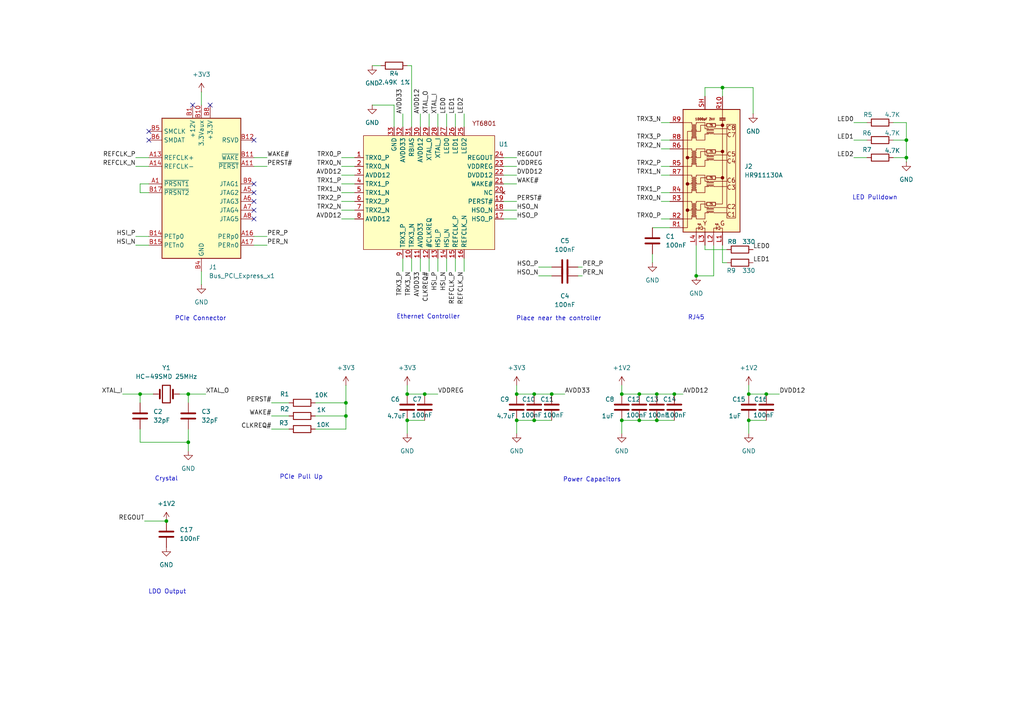
<source format=kicad_sch>
(kicad_sch (version 20250114) (generator "eeschema") (generator_version "9.0")
  (paper "A4")
  (lib_symbols
    (symbol "Device:C" (pin_numbers (hide yes)) (pin_names (offset 0.254))
      (property "Reference" "C" (at 0.635 2.54 0))
      (property "Value" "C" (at 0.635 -2.54 0))
      (symbol "C_0_1"
        (polyline (pts (xy -2.032 0.762) (xy 2.032 0.762)) (stroke (width 0.508)))
        (polyline (pts (xy -2.032 -0.762) (xy 2.032 -0.762)) (stroke (width 0.508)))
      )
      (symbol "C_1_1"
        (pin passive line (at 0 3.81 270) (length 2.794) (name "~") (number "1"))
        (pin passive line (at 0 -3.81 90) (length 2.794) (name "~") (number "2"))
      )
    )
    (symbol "Device:Crystal" (pin_numbers (hide yes)) (pin_names (offset 1.016) (hide yes))
      (property "Reference" "Y" (at 0 3.81 0))
      (property "Value" "Crystal" (at 0 -3.81 0))
      (symbol "Crystal_0_1"
        (polyline (pts (xy -2.54 0) (xy -1.905 0)))
        (polyline (pts (xy -1.905 -1.27) (xy -1.905 1.27)) (stroke (width 0.508)))
        (rectangle (start -1.143 2.54) (end 1.143 -2.54) (stroke (width 0.3048)))
        (polyline (pts (xy 1.905 -1.27) (xy 1.905 1.27)) (stroke (width 0.508)))
        (polyline (pts (xy 2.54 0) (xy 1.905 0)))
      )
      (symbol "Crystal_1_1"
        (pin passive line (at -3.81 0 0) (length 1.27) (name "1") (number "1"))
        (pin passive line (at 3.81 0 180) (length 1.27) (name "2") (number "2"))
      )
    )
    (symbol "Device:R" (pin_numbers (hide yes)) (pin_names (offset 0))
      (property "Reference" "R" (at 2.032 0 90))
      (property "Value" "R" (at 0 0 90))
      (symbol "R_0_1"
        (rectangle (start -1.016 -2.54) (end 1.016 2.54) (stroke (width 0.254)))
      )
      (symbol "R_1_1"
        (pin passive line (at 0 3.81 270) (length 1.27) (name "~") (number "1"))
        (pin passive line (at 0 -3.81 90) (length 1.27) (name "~") (number "2"))
      )
    )
    (symbol "power:+1V2" (power) (pin_numbers (hide yes)) (pin_names (offset 0) (hide yes))
      (property "Value" "+1V2" (at 0 3.556 0))
      (symbol "+1V2_0_1"
        (polyline (pts (xy -0.762 1.27) (xy 0 2.54)))
        (polyline (pts (xy 0 2.54) (xy 0.762 1.27)))
        (polyline (pts (xy 0 0) (xy 0 2.54)))
      )
      (symbol "+1V2_1_1"
        (pin power_in line (at 0 0 90) (length 0) (name "~") (number "1"))
      )
    )
    (symbol "power:+3V3" (power) (pin_numbers (hide yes)) (pin_names (offset 0) (hide yes))
      (property "Value" "+3V3" (at 0 3.556 0))
      (symbol "+3V3_0_1"
        (polyline (pts (xy -0.762 1.27) (xy 0 2.54)))
        (polyline (pts (xy 0 2.54) (xy 0.762 1.27)))
        (polyline (pts (xy 0 0) (xy 0 2.54)))
      )
      (symbol "+3V3_1_1"
        (pin power_in line (at 0 0 90) (length 0) (name "~") (number "1"))
      )
    )
    (symbol "power:GND" (power) (pin_numbers (hide yes)) (pin_names (offset 0) (hide yes))
      (property "Value" "GND" (at 0 -3.81 0))
      (symbol "GND_0_1"
        (polyline (pts (xy 0 0) (xy 0 -1.27) (xy 1.27 -1.27) (xy 0 -2.54) (xy -1.27 -1.27) (xy 0 -1.27)))
      )
      (symbol "GND_1_1"
        (pin power_in line (at 0 0 270) (length 0) (name "~") (number "1"))
      )
    )
    (symbol "yt6801:Bus_PCI_Express_Addon_x1"
      (property "Reference" "J" (at -8.89 22.86 0))
      (property "Value" "Bus_PCI_Express_Addon_x1" (at 12.7 22.86 0))
      (symbol "Bus_PCI_Express_Addon_x1_0_1"
        (rectangle (start -11.43 21.59) (end 11.43 -19.05) (stroke (width 0.254)) (fill (type background)))
      )
      (symbol "Bus_PCI_Express_Addon_x1_1_1"
        (pin output line (at -15.24 17.78 0) (length 3.81) (name "SMCLK") (number "B5"))
        (pin bidirectional line (at -15.24 15.24 0) (length 3.81) (name "SMDAT") (number "B6"))
        (pin output line (at -15.24 10.16 0) (length 3.81) (name "REFCLK+") (number "A13"))
        (pin output line (at -15.24 7.62 0) (length 3.81) (name "REFCLK-") (number "A14"))
        (pin passive line (at -15.24 2.54 0) (length 3.81) (name "~{PRSNT1}") (number "A1"))
        (pin passive line (at -15.24 0 0) (length 3.81) (name "~{PRSNT2}") (number "B17"))
        (pin output line (at -15.24 -12.7 0) (length 3.81) (name "PETp0") (number "B14"))
        (pin output line (at -15.24 -15.24 0) (length 3.81) (name "PETn0") (number "B15"))
        (pin passive line (at -2.54 25.4 270) (length 3.81) (hide yes) (name "+12V") (number "A2"))
        (pin passive line (at -2.54 25.4 270) (length 3.81) (hide yes) (name "+12V") (number "A3"))
        (pin power_out line (at -2.54 25.4 270) (length 3.81) (name "+12V") (number "B1"))
        (pin passive line (at -2.54 25.4 270) (length 3.81) (hide yes) (name "+12V") (number "B2"))
        (pin passive line (at -2.54 25.4 270) (length 3.81) (hide yes) (name "+12V") (number "B3"))
        (pin power_out line (at 0 25.4 270) (length 3.81) (name "3.3Vaux") (number "B10"))
        (pin passive line (at 0 -22.86 90) (length 3.81) (hide yes) (name "GND") (number "A12"))
        (pin passive line (at 0 -22.86 90) (length 3.81) (hide yes) (name "GND") (number "A15"))
        (pin passive line (at 0 -22.86 90) (length 3.81) (hide yes) (name "GND") (number "A18"))
        (pin passive line (at 0 -22.86 90) (length 3.81) (hide yes) (name "GND") (number "A4"))
        (pin passive line (at 0 -22.86 90) (length 3.81) (hide yes) (name "GND") (number "B13"))
        (pin passive line (at 0 -22.86 90) (length 3.81) (hide yes) (name "GND") (number "B16"))
        (pin passive line (at 0 -22.86 90) (length 3.81) (hide yes) (name "GND") (number "B18"))
        (pin power_out line (at 0 -22.86 90) (length 3.81) (name "GND") (number "B4"))
        (pin passive line (at 0 -22.86 90) (length 3.81) (hide yes) (name "GND") (number "B7"))
        (pin passive line (at 2.54 25.4 270) (length 3.81) (hide yes) (name "+3.3V") (number "A10"))
        (pin passive line (at 2.54 25.4 270) (length 3.81) (hide yes) (name "+3.3V") (number "A9"))
        (pin power_out line (at 2.54 25.4 270) (length 3.81) (name "+3.3V") (number "B8"))
        (pin passive line (at 15.24 15.24 180) (length 3.81) (name "RSVD") (number "B12"))
        (pin open_collector line (at 15.24 10.16 180) (length 3.81) (name "~{WAKE}") (number "B11"))
        (pin output line (at 15.24 7.62 180) (length 3.81) (name "~{PERST}") (number "A11"))
        (pin output line (at 15.24 2.54 180) (length 3.81) (name "JTAG1") (number "B9"))
        (pin output line (at 15.24 0 180) (length 3.81) (name "JTAG2") (number "A5"))
        (pin output line (at 15.24 -2.54 180) (length 3.81) (name "JTAG3") (number "A6"))
        (pin input line (at 15.24 -5.08 180) (length 3.81) (name "JTAG4") (number "A7"))
        (pin output line (at 15.24 -7.62 180) (length 3.81) (name "JTAG5") (number "A8"))
        (pin input line (at 15.24 -12.7 180) (length 3.81) (name "PERp0") (number "A16"))
        (pin input line (at 15.24 -15.24 180) (length 3.81) (name "PERn0") (number "A17"))
      )
    )
    (symbol "yt6801:HR911130A" (pin_names (hide yes))
      (property "Reference" "J" (at -7.62 20.32 0))
      (property "Value" "HR911130A" (at 15.24 20.32 0))
      (symbol "HR911130A_0_0"
        (circle (center -2.54 3.302) (radius 0.0001) (stroke (width 0.508)))
        (circle (center -2.54 -4.318) (radius 0.0001) (stroke (width 0.508)))
        (circle (center -2.54 -11.938) (radius 0.0001) (stroke (width 0.508)))
        (polyline (pts (xy -0.508 -11.938) (xy -2.54 -11.938)))
        (polyline (pts (xy 0 13.462) (xy -3.81 13.462)))
        (polyline (pts (xy 0 11.938) (xy -3.81 11.938)))
        (polyline (pts (xy 0 5.842) (xy -3.81 5.842)))
        (polyline (pts (xy 0 4.318) (xy -3.81 4.318)))
        (polyline (pts (xy 0 -1.778) (xy -3.81 -1.778)))
        (polyline (pts (xy 0 -3.302) (xy -3.81 -3.302)))
        (polyline (pts (xy 0 -9.398) (xy -3.81 -9.398)))
        (polyline (pts (xy 0 -10.922) (xy -3.81 -10.922)))
        (polyline (pts (xy 2.032 10.922) (xy 3.81 10.922) (xy 3.81 12.7) (xy 5.08 12.7)))
        (polyline (pts (xy 2.032 3.302) (xy 3.81 3.302) (xy 3.81 5.08) (xy 5.08 5.08)))
        (polyline (pts (xy 2.032 -4.318) (xy 3.81 -4.318) (xy 3.81 -2.54) (xy 5.08 -2.54)))
        (polyline (pts (xy 2.032 -11.938) (xy 3.81 -11.938) (xy 3.81 -10.16) (xy 5.08 -10.16)))
        (polyline (pts (xy 6.35 5.08) (xy 7.62 5.08)))
        (polyline (pts (xy 7.62 12.7) (xy 6.35 12.7)))
        (circle (center 7.62 12.7) (radius 0.0001) (stroke (width 0.508)))
        (circle (center 7.62 5.08) (radius 0.0001) (stroke (width 0.508)))
        (polyline (pts (xy 7.62 -2.54) (xy 6.35 -2.54)))
        (circle (center 7.62 -2.54) (radius 0.0001) (stroke (width 0.508)))
        (text "C1" (at -5.08 13.97 0) (effects (font (size 1.27 1.27))))
        (text "C2" (at -5.08 11.684 0) (effects (font (size 1.27 1.27))))
        (text "C3" (at -5.08 6.096 0) (effects (font (size 1.27 1.27))))
        (text "C6" (at -5.08 4.064 0) (effects (font (size 1.27 1.27))))
        (text "C4" (at -5.08 -1.524 0) (effects (font (size 1.27 1.27))))
        (text "C5" (at -5.08 -3.556 0) (effects (font (size 1.27 1.27))))
        (text "C7" (at -5.08 -9.144 0) (effects (font (size 1.27 1.27))))
        (text "C8" (at -5.08 -11.176 0) (effects (font (size 1.27 1.27))))
        (text "G" (at -2.54 16.51 0) (effects (font (size 1.27 1.27))))
        (text "Y" (at 2.54 16.51 0) (effects (font (size 1.27 1.27))))
        (text "1000pF 2kV" (at 2.54 -13.716 0) (effects (font (size 0.635 0.635))))
      )
      (symbol "HR911130A_0_1"
        (rectangle (start -7.62 19.05) (end 8.89 -16.51) (stroke (width 0.254)) (fill (type background)))
        (rectangle (start -3.81 -12.192) (end -6.35 14.986))
        (polyline (pts (xy -3.302 -13.462) (xy -1.778 -13.462)) (stroke (width 0.3048)))
        (polyline (pts (xy -3.302 -13.97) (xy -1.778 -13.97)) (stroke (width 0.3302)))
        (polyline (pts (xy -2.54 19.05) (xy -2.54 17.907) (xy -1.778 17.907)))
        (polyline (pts (xy -2.54 3.302) (xy -0.508 3.302)))
        (polyline (pts (xy -2.54 -13.462) (xy -2.54 10.922) (xy -0.508 10.922)))
        (polyline (pts (xy -2.54 -16.51) (xy -2.54 -13.97)))
        (polyline (pts (xy -1.016 16.891) (xy -1.016 16.637) (xy -1.27 16.637)))
        (polyline (pts (xy -1.016 16.637) (xy -1.524 17.145)))
        (polyline (pts (xy -0.762 18.415) (xy -0.762 17.399)))
        (polyline (pts (xy -0.762 17.907) (xy -1.778 18.415) (xy -1.778 17.399) (xy -0.762 17.907)))
        (polyline (pts (xy -0.508 16.891) (xy -0.508 16.637) (xy -0.762 16.637)))
        (polyline (pts (xy -0.508 16.637) (xy -1.016 17.145)))
        (rectangle (start -0.508 10.414) (end 2.032 11.43) (stroke (width 0.2032)))
        (rectangle (start -0.508 2.794) (end 2.032 3.81) (stroke (width 0.2032)))
        (polyline (pts (xy -0.508 -4.318) (xy -2.54 -4.318)))
        (rectangle (start -0.508 -4.826) (end 2.032 -3.81) (stroke (width 0.2032)))
        (rectangle (start -0.508 -12.446) (end 2.032 -11.43) (stroke (width 0.2032)))
        (polyline (pts (xy 0 19.05) (xy 0 17.907) (xy -0.762 17.907)))
        (polyline (pts (xy 0 12.446) (xy 2.032 12.446)))
        (polyline (pts (xy 0 4.826) (xy 2.032 4.826)))
        (polyline (pts (xy 0 -2.794) (xy 2.032 -2.794)))
        (polyline (pts (xy 0 -10.414) (xy 2.032 -10.414)))
        (arc (start 0.508 13.462) (mid 0.254 13.2091) (end 0 13.462))
        (arc (start 0 11.938) (mid 0.254 12.1909) (end 0.508 11.938))
        (arc (start 0.508 5.842) (mid 0.254 5.5891) (end 0 5.842))
        (arc (start 0 4.318) (mid 0.254 4.5709) (end 0.508 4.318))
        (arc (start 0.508 -1.778) (mid 0.254 -2.0309) (end 0 -1.778))
        (arc (start 0 -3.302) (mid 0.254 -3.0491) (end 0.508 -3.302))
        (arc (start 0.508 -9.398) (mid 0.254 -9.6509) (end 0 -9.398))
        (arc (start 0 -10.922) (mid 0.254 -10.6691) (end 0.508 -10.922))
        (arc (start 1.016 13.462) (mid 0.762 13.2091) (end 0.508 13.462))
        (arc (start 0.508 11.938) (mid 0.762 12.1909) (end 1.016 11.938))
        (arc (start 1.016 5.842) (mid 0.762 5.5891) (end 0.508 5.842))
        (arc (start 0.508 4.318) (mid 0.762 4.5709) (end 1.016 4.318))
        (arc (start 1.016 -1.778) (mid 0.762 -2.0309) (end 0.508 -1.778))
        (arc (start 0.508 -3.302) (mid 0.762 -3.0491) (end 1.016 -3.302))
        (arc (start 1.016 -9.398) (mid 0.762 -9.6509) (end 0.508 -9.398))
        (arc (start 0.508 -10.922) (mid 0.762 -10.6691) (end 1.016 -10.922))
        (arc (start 1.524 13.462) (mid 1.27 13.2091) (end 1.016 13.462))
        (arc (start 1.016 11.938) (mid 1.27 12.1909) (end 1.524 11.938))
        (arc (start 1.524 5.842) (mid 1.27 5.5891) (end 1.016 5.842))
        (arc (start 1.016 4.318) (mid 1.27 4.5709) (end 1.524 4.318))
        (arc (start 1.524 -1.778) (mid 1.27 -2.0309) (end 1.016 -1.778))
        (arc (start 1.016 -3.302) (mid 1.27 -3.0491) (end 1.524 -3.302))
        (arc (start 1.524 -9.398) (mid 1.27 -9.6509) (end 1.016 -9.398))
        (arc (start 1.016 -10.922) (mid 1.27 -10.6691) (end 1.524 -10.922))
        (circle (center 1.778 13.4874) (radius 0.0762) (stroke (width 0.0254)) (fill (type outline)))
        (arc (start 2.032 13.462) (mid 1.778 13.2091) (end 1.524 13.462))
        (arc (start 1.524 11.938) (mid 1.778 12.1909) (end 2.032 11.938))
        (circle (center 1.778 11.9126) (radius 0.0762) (stroke (width 0.0254)) (fill (type outline)))
        (circle (center 1.778 5.8674) (radius 0.0762) (stroke (width 0.0254)) (fill (type outline)))
        (arc (start 2.032 5.842) (mid 1.778 5.5891) (end 1.524 5.842))
        (arc (start 1.524 4.318) (mid 1.778 4.5709) (end 2.032 4.318))
        (circle (center 1.778 4.2926) (radius 0.0762) (stroke (width 0.0254)) (fill (type outline)))
        (circle (center 1.778 -1.7526) (radius 0.0762) (stroke (width 0.0254)) (fill (type outline)))
        (arc (start 2.032 -1.778) (mid 1.778 -2.0309) (end 1.524 -1.778))
        (arc (start 1.524 -3.302) (mid 1.778 -3.0491) (end 2.032 -3.302))
        (circle (center 1.778 -3.3274) (radius 0.0762) (stroke (width 0.0254)) (fill (type outline)))
        (circle (center 1.778 -9.3726) (radius 0.0762) (stroke (width 0.0254)) (fill (type outline)))
        (arc (start 2.032 -9.398) (mid 1.778 -9.6509) (end 1.524 -9.398))
        (arc (start 1.524 -10.922) (mid 1.778 -10.6691) (end 2.032 -10.922))
        (circle (center 1.778 -10.9474) (radius 0.0762) (stroke (width 0.0254)) (fill (type outline)))
        (polyline (pts (xy 2.032 13.462) (xy 2.54 13.462) (xy 2.54 15.24) (xy 5.08 15.24) (xy 5.08 14.732)))
        (polyline (pts (xy 2.032 12.954) (xy 0 12.954)))
        (polyline (pts (xy 2.032 5.842) (xy 2.54 5.842) (xy 2.54 7.62) (xy 5.08 7.62) (xy 5.08 7.112)))
        (polyline (pts (xy 2.032 5.334) (xy 0 5.334)))
        (polyline (pts (xy 2.032 -1.778) (xy 2.54 -1.778) (xy 2.54 0) (xy 5.08 0) (xy 5.08 -0.508)))
        (polyline (pts (xy 2.032 -2.286) (xy 0 -2.286)))
        (polyline (pts (xy 2.032 -9.398) (xy 2.54 -9.398) (xy 2.54 -7.62) (xy 5.08 -7.62) (xy 5.08 -8.128)))
        (polyline (pts (xy 2.032 -9.906) (xy 0 -9.906)))
        (polyline (pts (xy 2.54 19.05) (xy 2.54 17.907) (xy 3.302 17.907)))
        (polyline (pts (xy 4.064 16.891) (xy 4.064 16.637) (xy 3.81 16.637)))
        (polyline (pts (xy 4.064 16.637) (xy 3.556 17.145)))
        (polyline (pts (xy 4.318 18.415) (xy 4.318 17.399)))
        (polyline (pts (xy 4.318 17.907) (xy 3.302 18.415) (xy 3.302 17.399) (xy 4.318 17.907)))
        (polyline (pts (xy 4.572 16.891) (xy 4.572 16.637) (xy 4.318 16.637)))
        (polyline (pts (xy 4.572 16.637) (xy 4.064 17.145)))
        (circle (center 5.0546 14.478) (radius 0.0762) (stroke (width 0.0254)) (fill (type outline)))
        (circle (center 5.0546 12.446) (radius 0.0762) (stroke (width 0.0254)) (fill (type outline)))
        (circle (center 5.0546 6.858) (radius 0.0762) (stroke (width 0.0254)) (fill (type outline)))
        (circle (center 5.0546 4.826) (radius 0.0762) (stroke (width 0.0254)) (fill (type outline)))
        (circle (center 5.0546 -0.762) (radius 0.0762) (stroke (width 0.0254)) (fill (type outline)))
        (circle (center 5.0546 -2.794) (radius 0.0762) (stroke (width 0.0254)) (fill (type outline)))
        (circle (center 5.0546 -8.382) (radius 0.0762) (stroke (width 0.0254)) (fill (type outline)))
        (circle (center 5.0546 -10.414) (radius 0.0762) (stroke (width 0.0254)) (fill (type outline)))
        (arc (start 5.08 14.732) (mid 5.333 14.478) (end 5.08 14.224))
        (arc (start 5.08 13.716) (mid 5.333 13.462) (end 5.08 13.208))
        (arc (start 5.08 13.208) (mid 5.333 12.954) (end 5.08 12.7))
        (arc (start 5.08 12.7) (mid 5.333 12.446) (end 5.08 12.192))
        (arc (start 5.08 12.192) (mid 5.333 11.938) (end 5.08 11.684))
        (arc (start 5.08 11.176) (mid 5.333 10.922) (end 5.08 10.668))
        (arc (start 5.08 7.112) (mid 5.333 6.858) (end 5.08 6.604))
        (arc (start 5.08 6.096) (mid 5.333 5.842) (end 5.08 5.588))
        (arc (start 5.08 5.588) (mid 5.333 5.334) (end 5.08 5.08))
        (arc (start 5.08 5.08) (mid 5.333 4.826) (end 5.08 4.572))
        (arc (start 5.08 4.572) (mid 5.333 4.318) (end 5.08 4.064))
        (arc (start 5.08 3.556) (mid 5.333 3.302) (end 5.08 3.048))
        (arc (start 5.08 -0.508) (mid 5.333 -0.762) (end 5.08 -1.016))
        (arc (start 5.08 -1.524) (mid 5.333 -1.778) (end 5.08 -2.032))
        (arc (start 5.08 -2.032) (mid 5.333 -2.286) (end 5.08 -2.54))
        (arc (start 5.08 -2.54) (mid 5.333 -2.794) (end 5.08 -3.048))
        (arc (start 5.08 -3.048) (mid 5.333 -3.302) (end 5.08 -3.556))
        (arc (start 5.08 -4.064) (mid 5.333 -4.318) (end 5.08 -4.572))
        (arc (start 5.08 -8.128) (mid 5.333 -8.382) (end 5.08 -8.636))
        (arc (start 5.08 -9.144) (mid 5.333 -9.398) (end 5.08 -9.652))
        (arc (start 5.08 -9.652) (mid 5.333 -9.906) (end 5.08 -10.16))
        (arc (start 5.08 -10.16) (mid 5.333 -10.414) (end 5.08 -10.668))
        (arc (start 5.08 -10.668) (mid 5.333 -10.922) (end 5.08 -11.176))
        (arc (start 5.08 -11.684) (mid 5.333 -11.938) (end 5.08 -12.192))
        (polyline (pts (xy 5.08 19.05) (xy 5.08 17.907) (xy 4.318 17.907)))
        (arc (start 5.08 14.224) (mid 5.334 13.97) (end 5.08 13.716))
        (arc (start 5.08 11.684) (mid 5.334 11.43) (end 5.08 11.176))
        (polyline (pts (xy 5.08 10.668) (xy 5.08 10.16) (xy 2.54 10.16) (xy 2.54 11.938) (xy 2.032 11.938)))
        (arc (start 5.08 6.604) (mid 5.334 6.35) (end 5.08 6.096))
        (arc (start 5.08 4.064) (mid 5.334 3.81) (end 5.08 3.556))
        (polyline (pts (xy 5.08 3.048) (xy 5.08 2.54) (xy 2.54 2.54) (xy 2.54 4.318) (xy 2.032 4.318)))
        (arc (start 5.08 -1.016) (mid 5.334 -1.27) (end 5.08 -1.524))
        (arc (start 5.08 -3.556) (mid 5.334 -3.81) (end 5.08 -4.064))
        (polyline (pts (xy 5.08 -4.572) (xy 5.08 -5.08) (xy 2.54 -5.08) (xy 2.54 -3.302) (xy 2.032 -3.302)))
        (arc (start 5.08 -8.636) (mid 5.334 -8.89) (end 5.08 -9.144))
        (arc (start 5.08 -11.176) (mid 5.334 -11.43) (end 5.08 -11.684))
        (polyline (pts (xy 5.08 -12.192) (xy 5.08 -12.7) (xy 2.54 -12.7) (xy 2.54 -10.922) (xy 2.032 -10.922)))
        (polyline (pts (xy 5.588 14.732) (xy 5.588 10.668)))
        (polyline (pts (xy 5.588 7.112) (xy 5.588 3.048)))
        (polyline (pts (xy 5.588 -0.508) (xy 5.588 -4.572)))
        (polyline (pts (xy 5.588 -8.128) (xy 5.588 -12.192)))
        (polyline (pts (xy 5.842 10.668) (xy 5.842 14.732)))
        (polyline (pts (xy 5.842 3.048) (xy 5.842 7.112)))
        (polyline (pts (xy 5.842 -4.572) (xy 5.842 -0.508)))
        (polyline (pts (xy 5.842 -12.192) (xy 5.842 -8.128)))
        (polyline (pts (xy 6.35 14.732) (xy 6.35 15.24) (xy 8.89 15.24)))
        (arc (start 6.35 13.716) (mid 6.096 13.97) (end 6.35 14.224))
        (arc (start 6.35 11.176) (mid 6.096 11.43) (end 6.35 11.684))
        (polyline (pts (xy 6.35 10.668) (xy 6.35 10.16) (xy 8.89 10.16)))
        (polyline (pts (xy 6.35 7.112) (xy 6.35 7.62) (xy 8.89 7.62)))
        (arc (start 6.35 6.096) (mid 6.096 6.35) (end 6.35 6.604))
        (arc (start 6.35 3.556) (mid 6.096 3.81) (end 6.35 4.064))
        (polyline (pts (xy 6.35 3.048) (xy 6.35 2.54) (xy 8.89 2.54)))
        (polyline (pts (xy 6.35 -0.508) (xy 6.35 0) (xy 8.89 0)))
        (arc (start 6.35 -1.524) (mid 6.096 -1.27) (end 6.35 -1.016))
        (arc (start 6.35 -4.064) (mid 6.096 -3.81) (end 6.35 -3.556))
        (polyline (pts (xy 6.35 -4.572) (xy 6.35 -5.08) (xy 8.89 -5.08)))
        (polyline (pts (xy 6.35 -8.128) (xy 6.35 -7.62) (xy 8.89 -7.62)))
        (arc (start 6.35 -9.144) (mid 6.096 -8.89) (end 6.35 -8.636))
        (arc (start 6.35 -11.684) (mid 6.096 -11.43) (end 6.35 -11.176))
        (polyline (pts (xy 6.35 -12.192) (xy 6.35 -12.7) (xy 8.89 -12.7)))
        (arc (start 6.35 14.224) (mid 6.097 14.478) (end 6.35 14.732))
        (arc (start 6.35 13.208) (mid 6.097 13.462) (end 6.35 13.716))
        (arc (start 6.35 12.7) (mid 6.097 12.954) (end 6.35 13.208))
        (arc (start 6.35 12.192) (mid 6.097 12.446) (end 6.35 12.7))
        (arc (start 6.35 11.684) (mid 6.097 11.938) (end 6.35 12.192))
        (arc (start 6.35 10.668) (mid 6.097 10.922) (end 6.35 11.176))
        (arc (start 6.35 6.604) (mid 6.097 6.858) (end 6.35 7.112))
        (arc (start 6.35 5.588) (mid 6.097 5.842) (end 6.35 6.096))
        (arc (start 6.35 5.08) (mid 6.097 5.334) (end 6.35 5.588))
        (arc (start 6.35 4.572) (mid 6.097 4.826) (end 6.35 5.08))
        (arc (start 6.35 4.064) (mid 6.097 4.318) (end 6.35 4.572))
        (arc (start 6.35 3.048) (mid 6.097 3.302) (end 6.35 3.556))
        (arc (start 6.35 -1.016) (mid 6.097 -0.762) (end 6.35 -0.508))
        (arc (start 6.35 -2.032) (mid 6.097 -1.778) (end 6.35 -1.524))
        (arc (start 6.35 -2.54) (mid 6.097 -2.286) (end 6.35 -2.032))
        (arc (start 6.35 -3.048) (mid 6.097 -2.794) (end 6.35 -2.54))
        (arc (start 6.35 -3.556) (mid 6.097 -3.302) (end 6.35 -3.048))
        (arc (start 6.35 -4.572) (mid 6.097 -4.318) (end 6.35 -4.064))
        (arc (start 6.35 -8.636) (mid 6.097 -8.382) (end 6.35 -8.128))
        (arc (start 6.35 -9.652) (mid 6.097 -9.398) (end 6.35 -9.144))
        (arc (start 6.35 -10.16) (mid 6.097 -9.906) (end 6.35 -9.652))
        (arc (start 6.35 -10.668) (mid 6.097 -10.414) (end 6.35 -10.16))
        (arc (start 6.35 -11.176) (mid 6.097 -10.922) (end 6.35 -10.668))
        (arc (start 6.35 -12.192) (mid 6.097 -11.938) (end 6.35 -11.684))
        (circle (center 6.3754 14.478) (radius 0.0762) (stroke (width 0.0254)) (fill (type outline)))
        (circle (center 6.3754 12.446) (radius 0.0762) (stroke (width 0.0254)) (fill (type outline)))
        (circle (center 6.3754 6.858) (radius 0.0762) (stroke (width 0.0254)) (fill (type outline)))
        (circle (center 6.3754 4.826) (radius 0.0762) (stroke (width 0.0254)) (fill (type outline)))
        (circle (center 6.3754 -0.762) (radius 0.0762) (stroke (width 0.0254)) (fill (type outline)))
        (circle (center 6.3754 -2.794) (radius 0.0762) (stroke (width 0.0254)) (fill (type outline)))
        (circle (center 6.3754 -8.382) (radius 0.0762) (stroke (width 0.0254)) (fill (type outline)))
        (circle (center 6.3754 -10.414) (radius 0.0762) (stroke (width 0.0254)) (fill (type outline)))
        (polyline (pts (xy 8.89 17.78) (xy 7.62 17.78) (xy 7.62 -10.16) (xy 6.35 -10.16)))
        (pin power_in line (at -2.54 -20.32 90) (length 3.81) (name "GND") (number "R10"))
      )
      (symbol "HR911130A_1_0"
        (text "75" (at 0.762 10.922 0) (effects (font (size 0.508 0.508))))
        (text "75" (at 0.762 3.302 0) (effects (font (size 0.508 0.508))))
        (text "75" (at 0.762 -4.318 0) (effects (font (size 0.508 0.508))))
        (text "75" (at 0.762 -11.938 0) (effects (font (size 0.508 0.508))))
      )
      (symbol "HR911130A_1_1"
        (pin passive line (at -2.54 22.86 270) (length 3.81) (name "~") (number "L1"))
        (pin passive line (at 0 22.86 270) (length 3.81) (name "~") (number "L2"))
        (pin passive line (at 2.54 22.86 270) (length 3.81) (name "~") (number "L3"))
        (pin passive line (at 2.54 -20.32 90) (length 3.81) (name "SH") (number "SH"))
        (pin passive line (at 5.08 22.86 270) (length 3.81) (name "~") (number "L4"))
        (pin passive line (at 12.7 17.78 180) (length 3.81) (name "CT") (number "R1"))
        (pin passive line (at 12.7 15.24 180) (length 3.81) (name "TD1+") (number "R2"))
        (pin passive line (at 12.7 10.16 180) (length 3.81) (name "TD1-") (number "R3"))
        (pin passive line (at 12.7 7.62 180) (length 3.81) (name "TD2+") (number "R4"))
        (pin passive line (at 12.7 2.54 180) (length 3.81) (name "TD2-") (number "R7"))
        (pin passive line (at 12.7 0 180) (length 3.81) (name "TD3+") (number "R5"))
        (pin passive line (at 12.7 -5.08 180) (length 3.81) (name "TD3-") (number "R6"))
        (pin passive line (at 12.7 -7.62 180) (length 3.81) (name "TD4+") (number "R8"))
        (pin passive line (at 12.7 -12.7 180) (length 3.81) (name "TD4-") (number "R9"))
      )
    )
    (symbol "yt6801:YT6801"
      (property "Reference" "U" (at -17.526 19.05 0))
      (symbol "YT6801_1_1"
        (rectangle (start -17.78 15.24) (end 20.32 -17.78) (fill (type background)))
        (text "YT6801" (at 17.272 18.796 0) (effects (font (size 1.27 1.27))))
        (pin bidirectional line (at -20.32 8.89 0) (length 2.54) (name "TRX0_P") (number "1"))
        (pin bidirectional line (at -20.32 6.35 0) (length 2.54) (name "TRX0_N") (number "2"))
        (pin power_in line (at -20.32 3.81 0) (length 2.54) (name "AVDD12") (number "3"))
        (pin bidirectional line (at -20.32 1.27 0) (length 2.54) (name "TRX1_P") (number "4"))
        (pin bidirectional line (at -20.32 -1.27 0) (length 2.54) (name "TRX1_N") (number "5"))
        (pin bidirectional line (at -20.32 -3.81 0) (length 2.54) (name "TRX2_P") (number "6"))
        (pin bidirectional line (at -20.32 -6.35 0) (length 2.54) (name "TRX2_N") (number "7"))
        (pin power_in line (at -20.32 -8.89 0) (length 2.54) (name "AVDD12") (number "8"))
        (pin power_in line (at -8.89 17.78 270) (length 2.54) (name "GND") (number "33"))
        (pin power_in line (at -6.35 17.78 270) (length 2.54) (name "AVDD33") (number "32"))
        (pin bidirectional line (at -6.35 -20.32 90) (length 2.54) (name "TRX3_P") (number "9"))
        (pin input line (at -3.81 17.78 270) (length 2.54) (name "RBIAS") (number "31"))
        (pin bidirectional line (at -3.81 -20.32 90) (length 2.54) (name "TRX3_N") (number "10"))
        (pin power_in line (at -1.27 17.78 270) (length 2.54) (name "AVDD12") (number "30"))
        (pin power_in line (at -1.27 -20.32 90) (length 2.54) (name "AVDD33") (number "11"))
        (pin bidirectional line (at 1.27 17.78 270) (length 2.54) (name "XTAL_O") (number "29"))
        (pin bidirectional line (at 1.27 -20.32 90) (length 2.54) (name "#CLKREQ") (number "12"))
        (pin input line (at 3.81 17.78 270) (length 2.54) (name "XTAL_I") (number "28"))
        (pin input line (at 3.81 -20.32 90) (length 2.54) (name "HSI_P") (number "13"))
        (pin output line (at 6.35 17.78 270) (length 2.54) (name "LED0") (number "27"))
        (pin input line (at 6.35 -20.32 90) (length 2.54) (name "HSI_N") (number "14"))
        (pin output line (at 8.89 17.78 270) (length 2.54) (name "LED1") (number "26"))
        (pin input line (at 8.89 -20.32 90) (length 2.54) (name "REFCLK_P") (number "15"))
        (pin output line (at 11.43 17.78 270) (length 2.54) (name "LED2") (number "25"))
        (pin input line (at 11.43 -20.32 90) (length 2.54) (name "REFCLK_N") (number "16"))
        (pin power_out line (at 22.86 8.89 180) (length 2.54) (name "REGOUT") (number "24"))
        (pin power_in line (at 22.86 6.35 180) (length 2.54) (name "VDDREG") (number "23"))
        (pin power_in line (at 22.86 3.81 180) (length 2.54) (name "DVDD12") (number "22"))
        (pin input line (at 22.86 1.27 180) (length 2.54) (name "WAKE#") (number "21"))
        (pin no_connect line (at 22.86 -1.27 180) (length 2.54) (name "NC") (number "20"))
        (pin input line (at 22.86 -3.81 180) (length 2.54) (name "PERST#") (number "19"))
        (pin output line (at 22.86 -6.35 180) (length 2.54) (name "HSO_N") (number "18"))
        (pin output line (at 22.86 -8.89 180) (length 2.54) (name "HSO_P") (number "17"))
      )
    )
  )
  (text "Power Capacitors\n" (at 171.704 139.192 0) (effects (font (size 1.27 1.27))))
  (text "Ethernet Controller\n" (at 124.206 91.948 0) (effects (font (size 1.27 1.27))))
  (text "LED Pulldown\n" (at 253.746 57.404 0) (effects (font (size 1.27 1.27))))
  (text "Place near the controller\n" (at 162.052 92.456 0) (effects (font (size 1.27 1.27))))
  (text "Crystal\n" (at 48.26 138.938 0) (effects (font (size 1.27 1.27))))
  (text "RJ45\n" (at 201.93 92.202 0) (effects (font (size 1.27 1.27))))
  (text "PCIe Connector\n" (at 58.166 92.456 0) (effects (font (size 1.27 1.27))))
  (text "PCIe Pull Up\n" (at 87.376 138.43 0) (effects (font (size 1.27 1.27))))
  (text "LDO Output\n" (at 48.514 171.704 0) (effects (font (size 1.27 1.27))))
  (junction (at 201.93 80.01))
  (junction (at 209.55 25.4))
  (junction (at 54.61 114.3))
  (junction (at 149.86 121.92))
  (junction (at 118.11 114.3))
  (junction (at 185.42 121.92))
  (junction (at 100.33 120.65))
  (junction (at 262.89 40.64))
  (junction (at 160.02 114.3))
  (junction (at 180.34 121.92))
  (junction (at 217.17 114.3))
  (junction (at 118.11 121.92))
  (junction (at 190.5 121.92))
  (junction (at 195.58 114.3))
  (junction (at 190.5 114.3))
  (junction (at 40.64 114.3))
  (junction (at 100.33 116.84))
  (junction (at 123.19 114.3))
  (junction (at 262.89 45.72))
  (junction (at 154.94 114.3))
  (junction (at 185.42 114.3))
  (junction (at 180.34 114.3))
  (junction (at 149.86 114.3))
  (junction (at 54.61 128.27))
  (junction (at 154.94 121.92))
  (junction (at 222.25 114.3))
  (junction (at 217.17 121.92))
  (junction (at 48.26 151.13))
  (no_connect (at 73.66 40.64))
  (no_connect (at 73.66 55.88))
  (no_connect (at 73.66 58.42))
  (no_connect (at 60.96 30.48))
  (no_connect (at 43.18 40.64))
  (no_connect (at 43.18 38.1))
  (no_connect (at 55.88 30.48))
  (no_connect (at 73.66 63.5))
  (no_connect (at 73.66 53.34))
  (no_connect (at 73.66 60.96))
  (wire (pts (xy 191.77 43.18) (xy 194.31 43.18)))
  (wire (pts (xy 209.55 76.2) (xy 210.82 76.2)))
  (wire (pts (xy 41.91 151.13) (xy 48.26 151.13)))
  (wire (pts (xy 195.58 114.3) (xy 198.12 114.3)))
  (wire (pts (xy 217.17 121.92) (xy 217.17 125.73)))
  (wire (pts (xy 247.65 40.64) (xy 251.46 40.64)))
  (wire (pts (xy 201.93 71.12) (xy 201.93 80.01)))
  (wire (pts (xy 204.47 25.4) (xy 204.47 27.94)))
  (wire (pts (xy 119.38 74.93) (xy 119.38 78.74)))
  (wire (pts (xy 204.47 72.39) (xy 210.82 72.39)))
  (wire (pts (xy 156.21 80.01) (xy 160.02 80.01)))
  (wire (pts (xy 118.11 114.3) (xy 123.19 114.3)))
  (wire (pts (xy 124.46 74.93) (xy 124.46 78.74)))
  (wire (pts (xy 39.37 48.26) (xy 43.18 48.26)))
  (wire (pts (xy 78.74 116.84) (xy 83.82 116.84)))
  (wire (pts (xy 180.34 121.92) (xy 185.42 121.92)))
  (wire (pts (xy 146.05 58.42) (xy 149.86 58.42)))
  (wire (pts (xy 43.18 53.34) (xy 40.64 53.34)))
  (wire (pts (xy 39.37 45.72) (xy 43.18 45.72)))
  (wire (pts (xy 189.23 73.66) (xy 189.23 76.2)))
  (wire (pts (xy 146.05 45.72) (xy 149.86 45.72)))
  (wire (pts (xy 190.5 121.92) (xy 195.58 121.92)))
  (wire (pts (xy 40.64 55.88) (xy 43.18 55.88)))
  (wire (pts (xy 107.95 19.05) (xy 110.49 19.05)))
  (wire (pts (xy 134.62 33.02) (xy 134.62 36.83)))
  (wire (pts (xy 146.05 63.5) (xy 149.86 63.5)))
  (wire (pts (xy 191.77 40.64) (xy 194.31 40.64)))
  (wire (pts (xy 119.38 19.05) (xy 119.38 36.83)))
  (wire (pts (xy 116.84 74.93) (xy 116.84 78.74)))
  (wire (pts (xy 118.11 19.05) (xy 119.38 19.05)))
  (wire (pts (xy 54.61 114.3) (xy 52.07 114.3)))
  (wire (pts (xy 129.54 74.93) (xy 129.54 78.74)))
  (wire (pts (xy 54.61 124.46) (xy 54.61 128.27)))
  (wire (pts (xy 44.45 114.3) (xy 40.64 114.3)))
  (wire (pts (xy 54.61 114.3) (xy 54.61 116.84)))
  (wire (pts (xy 191.77 55.88) (xy 194.31 55.88)))
  (wire (pts (xy 58.42 78.74) (xy 58.42 82.55)))
  (wire (pts (xy 121.92 33.02) (xy 121.92 36.83)))
  (wire (pts (xy 100.33 116.84) (xy 100.33 120.65)))
  (wire (pts (xy 123.19 114.3) (xy 127 114.3)))
  (wire (pts (xy 262.89 35.56) (xy 262.89 40.64)))
  (wire (pts (xy 114.3 36.83) (xy 114.3 30.48)))
  (wire (pts (xy 191.77 35.56) (xy 194.31 35.56)))
  (wire (pts (xy 217.17 114.3) (xy 222.25 114.3)))
  (wire (pts (xy 207.01 80.01) (xy 201.93 80.01)))
  (wire (pts (xy 78.74 124.46) (xy 83.82 124.46)))
  (wire (pts (xy 180.34 111.76) (xy 180.34 114.3)))
  (wire (pts (xy 149.86 114.3) (xy 154.94 114.3)))
  (wire (pts (xy 191.77 48.26) (xy 194.31 48.26)))
  (wire (pts (xy 146.05 50.8) (xy 149.86 50.8)))
  (wire (pts (xy 262.89 40.64) (xy 262.89 45.72)))
  (wire (pts (xy 73.66 68.58) (xy 77.47 68.58)))
  (wire (pts (xy 73.66 71.12) (xy 77.47 71.12)))
  (wire (pts (xy 40.64 114.3) (xy 40.64 116.84)))
  (wire (pts (xy 154.94 114.3) (xy 160.02 114.3)))
  (wire (pts (xy 40.64 53.34) (xy 40.64 55.88)))
  (wire (pts (xy 149.86 121.92) (xy 154.94 121.92)))
  (wire (pts (xy 54.61 130.81) (xy 54.61 128.27)))
  (wire (pts (xy 146.05 53.34) (xy 149.86 53.34)))
  (wire (pts (xy 134.62 74.93) (xy 134.62 78.74)))
  (wire (pts (xy 73.66 48.26) (xy 77.47 48.26)))
  (wire (pts (xy 99.06 48.26) (xy 102.87 48.26)))
  (wire (pts (xy 259.08 35.56) (xy 262.89 35.56)))
  (wire (pts (xy 217.17 121.92) (xy 222.25 121.92)))
  (wire (pts (xy 116.84 33.02) (xy 116.84 36.83)))
  (wire (pts (xy 91.44 116.84) (xy 100.33 116.84)))
  (wire (pts (xy 73.66 45.72) (xy 77.47 45.72)))
  (wire (pts (xy 132.08 74.93) (xy 132.08 78.74)))
  (wire (pts (xy 168.91 80.01) (xy 167.64 80.01)))
  (wire (pts (xy 191.77 58.42) (xy 194.31 58.42)))
  (wire (pts (xy 40.64 128.27) (xy 54.61 128.27)))
  (wire (pts (xy 146.05 60.96) (xy 149.86 60.96)))
  (wire (pts (xy 180.34 114.3) (xy 185.42 114.3)))
  (wire (pts (xy 207.01 71.12) (xy 207.01 80.01)))
  (wire (pts (xy 185.42 121.92) (xy 190.5 121.92)))
  (wire (pts (xy 99.06 53.34) (xy 102.87 53.34)))
  (wire (pts (xy 118.11 121.92) (xy 123.19 121.92)))
  (wire (pts (xy 204.47 72.39) (xy 204.47 71.12)))
  (wire (pts (xy 127 33.02) (xy 127 36.83)))
  (wire (pts (xy 190.5 114.3) (xy 195.58 114.3)))
  (wire (pts (xy 218.44 25.4) (xy 209.55 25.4)))
  (wire (pts (xy 99.06 60.96) (xy 102.87 60.96)))
  (wire (pts (xy 259.08 40.64) (xy 262.89 40.64)))
  (wire (pts (xy 99.06 45.72) (xy 102.87 45.72)))
  (wire (pts (xy 118.11 111.76) (xy 118.11 114.3)))
  (wire (pts (xy 160.02 114.3) (xy 163.83 114.3)))
  (wire (pts (xy 191.77 50.8) (xy 194.31 50.8)))
  (wire (pts (xy 124.46 33.02) (xy 124.46 36.83)))
  (wire (pts (xy 91.44 120.65) (xy 100.33 120.65)))
  (wire (pts (xy 149.86 111.76) (xy 149.86 114.3)))
  (wire (pts (xy 247.65 45.72) (xy 251.46 45.72)))
  (wire (pts (xy 39.37 68.58) (xy 43.18 68.58)))
  (wire (pts (xy 180.34 121.92) (xy 180.34 125.73)))
  (wire (pts (xy 99.06 63.5) (xy 102.87 63.5)))
  (wire (pts (xy 156.21 77.47) (xy 160.02 77.47)))
  (wire (pts (xy 189.23 66.04) (xy 194.31 66.04)))
  (wire (pts (xy 58.42 26.67) (xy 58.42 30.48)))
  (wire (pts (xy 40.64 124.46) (xy 40.64 128.27)))
  (wire (pts (xy 132.08 33.02) (xy 132.08 36.83)))
  (wire (pts (xy 154.94 121.92) (xy 160.02 121.92)))
  (wire (pts (xy 59.69 114.3) (xy 54.61 114.3)))
  (wire (pts (xy 247.65 35.56) (xy 251.46 35.56)))
  (wire (pts (xy 99.06 50.8) (xy 102.87 50.8)))
  (wire (pts (xy 209.55 76.2) (xy 209.55 71.12)))
  (wire (pts (xy 217.17 111.76) (xy 217.17 114.3)))
  (wire (pts (xy 209.55 25.4) (xy 204.47 25.4)))
  (wire (pts (xy 262.89 45.72) (xy 262.89 46.99)))
  (wire (pts (xy 259.08 45.72) (xy 262.89 45.72)))
  (wire (pts (xy 146.05 48.26) (xy 149.86 48.26)))
  (wire (pts (xy 191.77 63.5) (xy 194.31 63.5)))
  (wire (pts (xy 121.92 74.93) (xy 121.92 78.74)))
  (wire (pts (xy 127 74.93) (xy 127 78.74)))
  (wire (pts (xy 100.33 111.76) (xy 100.33 116.84)))
  (wire (pts (xy 209.55 25.4) (xy 209.55 27.94)))
  (wire (pts (xy 222.25 114.3) (xy 226.06 114.3)))
  (wire (pts (xy 78.74 120.65) (xy 83.82 120.65)))
  (wire (pts (xy 185.42 114.3) (xy 190.5 114.3)))
  (wire (pts (xy 35.56 114.3) (xy 40.64 114.3)))
  (wire (pts (xy 218.44 25.4) (xy 218.44 33.02)))
  (wire (pts (xy 118.11 121.92) (xy 118.11 125.73)))
  (wire (pts (xy 100.33 120.65) (xy 100.33 124.46)))
  (wire (pts (xy 114.3 30.48) (xy 107.95 30.48)))
  (wire (pts (xy 99.06 55.88) (xy 102.87 55.88)))
  (wire (pts (xy 100.33 124.46) (xy 91.44 124.46)))
  (wire (pts (xy 129.54 33.02) (xy 129.54 36.83)))
  (wire (pts (xy 99.06 58.42) (xy 102.87 58.42)))
  (wire (pts (xy 39.37 71.12) (xy 43.18 71.12)))
  (wire (pts (xy 167.64 77.47) (xy 168.91 77.47)))
  (wire (pts (xy 149.86 121.92) (xy 149.86 125.73)))
  (label "HSO_P" (at 156.21 77.47 180))
  (label "TRX3_N" (at 119.38 78.74 270))
  (label "HSI_N" (at 39.37 71.12 180))
  (label "AVDD33" (at 121.92 78.74 270))
  (label "REFCLK_N" (at 39.37 48.26 180))
  (label "WAKE#" (at 77.47 45.72 0))
  (label "XTAL_O" (at 59.69 114.3 0))
  (label "LED2" (at 134.62 33.02 90))
  (label "XTAL_O" (at 124.46 33.02 90))
  (label "HSO_N" (at 156.21 80.01 180))
  (label "DVDD12" (at 149.86 50.8 0))
  (label "AVDD12" (at 99.06 50.8 180))
  (label "HSO_P" (at 149.86 63.5 0))
  (label "HSI_P" (at 39.37 68.58 180))
  (label "TRX0_P" (at 99.06 45.72 180))
  (label "REGOUT" (at 41.91 151.13 180))
  (label "PER_N" (at 168.91 80.01 0))
  (label "LED1" (at 247.65 40.64 180))
  (label "TRX3_P" (at 191.77 40.64 180))
  (label "XTAL_I" (at 35.56 114.3 180))
  (label "PER_P" (at 168.91 77.47 0))
  (label "AVDD12" (at 121.92 33.02 90))
  (label "HSI_P" (at 127 78.74 270))
  (label "VDDREG" (at 127 114.3 0))
  (label "XTAL_I" (at 127 33.02 90))
  (label "TRX0_N" (at 191.77 58.42 180))
  (label "PER_N" (at 77.47 71.12 0))
  (label "AVDD33" (at 163.83 114.3 0))
  (label "TRX1_N" (at 99.06 55.88 180))
  (label "REGOUT" (at 149.86 45.72 0))
  (label "WAKE#" (at 149.86 53.34 0))
  (label "AVDD12" (at 99.06 63.5 180))
  (label "HSI_N" (at 129.54 78.74 270))
  (label "WAKE#" (at 78.74 120.65 180))
  (label "TRX1_P" (at 191.77 55.88 180))
  (label "TRX2_N" (at 191.77 43.18 180))
  (label "TRX3_N" (at 191.77 35.56 180))
  (label "PERST#" (at 78.74 116.84 180))
  (label "CLKREQ#" (at 124.46 78.74 270))
  (label "REFCLK_P" (at 39.37 45.72 180))
  (label "REFCLK_P" (at 132.08 78.74 270))
  (label "TRX0_N" (at 99.06 48.26 180))
  (label "AVDD12" (at 198.12 114.3 0))
  (label "LED0" (at 247.65 35.56 180))
  (label "REFCLK_N" (at 134.62 78.74 270))
  (label "LED0" (at 129.54 33.02 90))
  (label "PER_P" (at 77.47 68.58 0))
  (label "PERST#" (at 149.86 58.42 0))
  (label "LED2" (at 247.65 45.72 180))
  (label "DVDD12" (at 226.06 114.3 0))
  (label "TRX0_P" (at 191.77 63.5 180))
  (label "PERST#" (at 77.47 48.26 0))
  (label "TRX1_N" (at 191.77 50.8 180))
  (label "AVDD33" (at 116.84 33.02 90))
  (label "LED0" (at 218.44 72.39 0))
  (label "TRX1_P" (at 99.06 53.34 180))
  (label "LED1" (at 218.44 76.2 0))
  (label "LED1" (at 132.08 33.02 90))
  (label "TRX2_N" (at 99.06 60.96 180))
  (label "TRX3_P" (at 116.84 78.74 270))
  (label "CLKREQ#" (at 78.74 124.46 180))
  (label "HSO_N" (at 149.86 60.96 0))
  (label "TRX2_P" (at 191.77 48.26 180))
  (label "TRX2_P" (at 99.06 58.42 180))
  (label "VDDREG" (at 149.86 48.26 0))
  (symbol (lib_id "power:+1V2") (at 217.17 111.76 0) (unit 1)
    (property "Reference" "#PWR013" (effects (hide yes)))
    (property "Value" "+1V2" (at 217.17 106.68 0))
    (property "Description" "Power symbol creates a global label with name \"+1V2\"" (effects (hide yes)))
  )
  (symbol (lib_id "Device:C") (at 118.11 118.11 0) (unit 1)
    (property "Reference" "C6" (at 113.284 115.824 0) (effects (justify left)))
    (property "Value" "4.7uF" (at 112.268 120.65 0) (effects (justify left)))
    (property "Footprint" "Capacitor_SMD:C_0603_1608Metric" (effects (hide yes)))
    (property "Description" "Unpolarized capacitor" (effects (hide yes)))
  )
  (symbol (lib_id "power:GND") (at 217.17 125.73 0) (unit 1)
    (property "Reference" "#PWR014" (effects (hide yes)))
    (property "Value" "GND" (at 217.17 130.81 0))
    (property "Description" "Power symbol creates a global label with name \"GND\" , ground" (effects (hide yes)))
  )
  (symbol (lib_id "power:GND") (at 118.11 125.73 0) (unit 1)
    (property "Reference" "#PWR08" (effects (hide yes)))
    (property "Value" "GND" (at 118.11 130.81 0))
    (property "Description" "Power symbol creates a global label with name \"GND\" , ground" (effects (hide yes)))
  )
  (symbol (lib_id "power:+3V3") (at 149.86 111.76 0) (unit 1)
    (property "Reference" "#PWR09" (effects (hide yes)))
    (property "Value" "+3V3" (at 149.86 106.68 0))
    (property "Description" "Power symbol creates a global label with name \"+3V3\"" (effects (hide yes)))
  )
  (symbol (lib_id "power:GND") (at 58.42 82.55 0) (unit 1)
    (property "Reference" "#PWR01" (effects (hide yes)))
    (property "Value" "GND" (at 58.42 87.63 0))
    (property "Description" "Power symbol creates a global label with name \"GND\" , ground" (effects (hide yes)))
  )
  (symbol (lib_id "Device:R") (at 255.27 40.64 270) (unit 1)
    (property "Reference" "R6" (at 251.46 38.608 90))
    (property "Value" "4.7K" (at 258.826 38.608 90))
    (property "Footprint" "Resistor_SMD:R_0603_1608Metric" (effects (hide yes)))
    (property "Description" "Resistor" (effects (hide yes)))
  )
  (symbol (lib_id "power:+1V2") (at 180.34 111.76 0) (unit 1)
    (property "Reference" "#PWR011" (effects (hide yes)))
    (property "Value" "+1V2" (at 180.34 106.68 0))
    (property "Description" "Power symbol creates a global label with name \"+1V2\"" (effects (hide yes)))
  )
  (symbol (lib_id "power:+3V3") (at 58.42 26.67 0) (unit 1)
    (property "Reference" "#PWR05" (effects (hide yes)))
    (property "Value" "+3V3" (at 58.42 21.59 0))
    (property "Description" "Power symbol creates a global label with name \"+3V3\"" (effects (hide yes)))
  )
  (symbol (lib_id "power:GND") (at 262.89 46.99 0) (unit 1)
    (property "Reference" "#PWR020" (effects (hide yes)))
    (property "Value" "GND" (at 262.89 52.07 0))
    (property "Description" "Power symbol creates a global label with name \"GND\" , ground" (effects (hide yes)))
  )
  (symbol (lib_id "Device:C") (at 154.94 118.11 0) (unit 1)
    (property "Reference" "C10" (at 151.384 115.824 0) (effects (justify left)))
    (property "Value" "100nF" (at 151.13 120.396 0) (effects (justify left)))
    (property "Footprint" "Capacitor_SMD:C_0603_1608Metric" (effects (hide yes)))
    (property "Description" "Unpolarized capacitor" (effects (hide yes)))
  )
  (symbol (lib_id "Device:Crystal") (at 48.26 114.3 0) (unit 1)
    (property "Reference" "Y1" (at 48.26 106.68 0))
    (property "Value" "HC-49SMD 25MHz" (at 48.26 109.22 0))
    (property "Footprint" "Crystal:Crystal_SMD_HC49-SD" (effects (hide yes)))
    (property "Description" "Two pin crystal" (effects (hide yes)))
  )
  (symbol (lib_id "Device:C") (at 40.64 120.65 0) (unit 1)
    (property "Reference" "C2" (at 44.45 119.3799 0) (effects (justify left)))
    (property "Value" "32pF" (at 44.45 121.9199 0) (effects (justify left)))
    (property "Footprint" "Capacitor_SMD:C_0603_1608Metric" (effects (hide yes)))
    (property "Description" "Unpolarized capacitor" (effects (hide yes)))
  )
  (symbol (lib_id "Device:R") (at 255.27 35.56 90) (unit 1)
    (property "Reference" "R5" (at 251.714 33.274 90))
    (property "Value" "4.7K" (at 258.826 33.274 90))
    (property "Footprint" "Resistor_SMD:R_0603_1608Metric" (effects (hide yes)))
    (property "Description" "Resistor" (effects (hide yes)))
  )
  (symbol (lib_id "Device:C") (at 195.58 118.11 0) (unit 1)
    (property "Reference" "C14" (at 192.278 115.824 0) (effects (justify left)))
    (property "Value" "100nF" (at 193.04 120.396 0) (effects (justify left)))
    (property "Footprint" "Capacitor_SMD:C_0603_1608Metric" (effects (hide yes)))
    (property "Description" "Unpolarized capacitor" (effects (hide yes)))
  )
  (symbol (lib_id "Device:C") (at 54.61 120.65 0) (unit 1)
    (property "Reference" "C3" (at 58.42 119.3799 0) (effects (justify left)))
    (property "Value" "32pF" (at 58.42 121.9199 0) (effects (justify left)))
    (property "Footprint" "Capacitor_SMD:C_0603_1608Metric" (effects (hide yes)))
    (property "Description" "Unpolarized capacitor" (effects (hide yes)))
  )
  (symbol (lib_id "power:GND") (at 107.95 19.05 0) (unit 1)
    (property "Reference" "#PWR018" (effects (hide yes)))
    (property "Value" "GND" (at 107.95 24.13 0))
    (property "Description" "Power symbol creates a global label with name \"GND\" , ground" (effects (hide yes)))
  )
  (symbol (lib_id "Device:C") (at 222.25 118.11 0) (unit 1)
    (property "Reference" "C16" (at 218.694 115.824 0) (effects (justify left)))
    (property "Value" "100nF" (at 218.44 120.396 0) (effects (justify left)))
    (property "Footprint" "Capacitor_SMD:C_0603_1608Metric" (effects (hide yes)))
    (property "Description" "Unpolarized capacitor" (effects (hide yes)))
  )
  (symbol (lib_id "Device:R") (at 87.63 116.84 90) (unit 1)
    (property "Reference" "R1" (at 82.55 114.3 90))
    (property "Value" "10K" (at 93.218 114.554 90))
    (property "Footprint" "Resistor_SMD:R_0603_1608Metric" (effects (hide yes)))
    (property "Description" "Resistor" (effects (hide yes)))
  )
  (symbol (lib_id "Device:C") (at 190.5 118.11 0) (unit 1)
    (property "Reference" "C13" (at 187.198 115.824 0) (effects (justify left)))
    (property "Value" "100nF" (at 187.96 120.396 0) (effects (justify left)))
    (property "Footprint" "Capacitor_SMD:C_0603_1608Metric" (effects (hide yes)))
    (property "Description" "Unpolarized capacitor" (effects (hide yes)))
  )
  (symbol (lib_id "Device:C") (at 123.19 118.11 0) (unit 1)
    (property "Reference" "C7" (at 119.634 115.824 0) (effects (justify left)))
    (property "Value" "100nF" (at 119.38 120.396 0) (effects (justify left)))
    (property "Footprint" "Capacitor_SMD:C_0603_1608Metric" (effects (hide yes)))
    (property "Description" "Unpolarized capacitor" (effects (hide yes)))
  )
  (symbol (lib_id "Device:C") (at 217.17 118.11 0) (unit 1)
    (property "Reference" "C15" (at 212.344 115.824 0) (effects (justify left)))
    (property "Value" "1uF" (at 211.328 120.65 0) (effects (justify left)))
    (property "Footprint" "Capacitor_SMD:C_0603_1608Metric" (effects (hide yes)))
    (property "Description" "Unpolarized capacitor" (effects (hide yes)))
  )
  (symbol (lib_id "Device:C") (at 163.83 77.47 270) (unit 1)
    (property "Reference" "C5" (at 163.83 69.85 90))
    (property "Value" "100nF" (at 163.83 72.39 90))
    (property "Footprint" "Capacitor_SMD:C_0603_1608Metric" (effects (hide yes)))
    (property "Description" "Unpolarized capacitor" (effects (hide yes)))
  )
  (symbol (lib_id "power:GND") (at 180.34 125.73 0) (unit 1)
    (property "Reference" "#PWR012" (effects (hide yes)))
    (property "Value" "GND" (at 180.34 130.81 0))
    (property "Description" "Power symbol creates a global label with name \"GND\" , ground" (effects (hide yes)))
  )
  (symbol (lib_id "power:+3V3") (at 118.11 111.76 0) (unit 1)
    (property "Reference" "#PWR07" (effects (hide yes)))
    (property "Value" "+3V3" (at 118.11 106.68 0))
    (property "Description" "Power symbol creates a global label with name \"+3V3\"" (effects (hide yes)))
  )
  (symbol (lib_id "Device:R") (at 87.63 124.46 90) (unit 1)
    (property "Reference" "R3" (at 82.296 122.682 90))
    (property "Value" "10K" (at 93.726 123.19 90))
    (property "Footprint" "Resistor_SMD:R_0603_1608Metric" (effects (hide yes)))
    (property "Description" "Resistor" (effects (hide yes)))
  )
  (symbol (lib_id "Device:C") (at 180.34 118.11 0) (unit 1)
    (property "Reference" "C8" (at 175.514 115.824 0) (effects (justify left)))
    (property "Value" "1uF" (at 174.498 120.65 0) (effects (justify left)))
    (property "Footprint" "Capacitor_SMD:C_0603_1608Metric" (effects (hide yes)))
    (property "Description" "Unpolarized capacitor" (effects (hide yes)))
  )
  (symbol (lib_id "yt6801:HR911130A") (at 207.01 48.26 180) (unit 1)
    (property "Reference" "J2" (at 215.9 48.2599 0) (effects (justify right)))
    (property "Value" "HR911130A" (at 215.9 50.7999 0) (effects (justify right)))
    (property "Footprint" "yt6801:RJ45_HR911130A" (effects (hide yes)))
    (property "Datasheet" "https://www.lcsc.com/datasheet/C54408.pdf" (effects (hide yes)))
    (property "Description" "LAN Transformer Jack, RJ45, 100/1000 BaseT" (effects (hide yes)))
  )
  (symbol (lib_id "power:GND") (at 218.44 33.02 0) (unit 1)
    (property "Reference" "#PWR02" (effects (hide yes)))
    (property "Value" "GND" (at 218.44 38.1 0))
    (property "Description" "Power symbol creates a global label with name \"GND\" , ground" (effects (hide yes)))
  )
  (symbol (lib_id "power:GND") (at 54.61 130.81 0) (unit 1)
    (property "Reference" "#PWR04" (effects (hide yes)))
    (property "Value" "GND" (at 54.61 135.89 0))
    (property "Description" "Power symbol creates a global label with name \"GND\" , ground" (effects (hide yes)))
  )
  (symbol (lib_id "power:GND") (at 107.95 30.48 0) (unit 1)
    (property "Reference" "#PWR017" (effects (hide yes)))
    (property "Value" "GND" (at 107.95 35.56 0))
    (property "Description" "Power symbol creates a global label with name \"GND\" , ground" (effects (hide yes)))
  )
  (symbol (lib_id "power:GND") (at 48.26 158.75 0) (unit 1)
    (property "Reference" "#PWR016" (effects (hide yes)))
    (property "Value" "GND" (at 48.26 163.83 0))
    (property "Description" "Power symbol creates a global label with name \"GND\" , ground" (effects (hide yes)))
  )
  (symbol (lib_id "yt6801:YT6801") (at 123.19 54.61 0) (unit 1)
    (property "Reference" "U1" (at 146.05 41.8398 0))
    (property "Value" "YT6801" (effects (hide yes)))
    (property "Footprint" "Package_DFN_QFN:QFN-32-1EP_4x4mm_P0.4mm_EP2.65x2.65mm" (effects (hide yes)))
  )
  (symbol (lib_id "Device:C") (at 185.42 118.11 0) (unit 1)
    (property "Reference" "C12" (at 181.864 115.824 0) (effects (justify left)))
    (property "Value" "100nF" (at 181.61 120.396 0) (effects (justify left)))
    (property "Footprint" "Capacitor_SMD:C_0603_1608Metric" (effects (hide yes)))
    (property "Description" "Unpolarized capacitor" (effects (hide yes)))
  )
  (symbol (lib_id "Device:C") (at 48.26 154.94 0) (unit 1)
    (property "Reference" "C17" (at 52.07 153.6699 0) (effects (justify left)))
    (property "Value" "100nF" (at 52.07 156.2099 0) (effects (justify left)))
    (property "Footprint" "Capacitor_SMD:C_0603_1608Metric" (effects (hide yes)))
    (property "Description" "Unpolarized capacitor" (effects (hide yes)))
  )
  (symbol (lib_id "yt6801:Bus_PCI_Express_Addon_x1") (at 58.42 55.88 0) (unit 1)
    (property "Reference" "J1" (at 60.5633 77.47 0) (effects (justify left)))
    (property "Value" "Bus_PCI_Express_x1" (at 60.5633 80.01 0) (effects (justify left)))
    (property "Footprint" "Connector_PCBEdge:BUS_PCIexpress_x1" (effects (hide yes)))
    (property "Datasheet" "http://www.ritrontek.com/uploadfile/2016/1026/20161026105231124.pdf#page=63" (effects (hide yes)))
    (property "Description" "PCI Express bus connector x1" (effects (hide yes)))
  )
  (symbol (lib_id "power:+1V2") (at 48.26 151.13 0) (unit 1)
    (property "Reference" "#PWR015" (effects (hide yes)))
    (property "Value" "+1V2" (at 48.26 146.05 0))
    (property "Description" "Power symbol creates a global label with name \"+1V2\"" (effects (hide yes)))
  )
  (symbol (lib_id "Device:C") (at 149.86 118.11 0) (unit 1)
    (property "Reference" "C9" (at 145.034 115.824 0) (effects (justify left)))
    (property "Value" "4.7uF" (at 144.018 120.65 0) (effects (justify left)))
    (property "Footprint" "Capacitor_SMD:C_0603_1608Metric" (effects (hide yes)))
    (property "Description" "Unpolarized capacitor" (effects (hide yes)))
  )
  (symbol (lib_id "Device:C") (at 189.23 69.85 0) (unit 1)
    (property "Reference" "C1" (at 193.04 68.5799 0) (effects (justify left)))
    (property "Value" "100nF" (at 193.04 71.1199 0) (effects (justify left)))
    (property "Footprint" "Capacitor_SMD:C_0603_1608Metric" (effects (hide yes)))
    (property "Description" "Unpolarized capacitor" (effects (hide yes)))
  )
  (symbol (lib_id "power:+3V3") (at 100.33 111.76 0) (unit 1)
    (property "Reference" "#PWR06" (effects (hide yes)))
    (property "Value" "+3V3" (at 100.33 106.68 0))
    (property "Description" "Power symbol creates a global label with name \"+3V3\"" (effects (hide yes)))
  )
  (symbol (lib_id "power:GND") (at 149.86 125.73 0) (unit 1)
    (property "Reference" "#PWR010" (effects (hide yes)))
    (property "Value" "GND" (at 149.86 130.81 0))
    (property "Description" "Power symbol creates a global label with name \"GND\" , ground" (effects (hide yes)))
  )
  (symbol (lib_id "Device:R") (at 114.3 19.05 90) (unit 1)
    (property "Reference" "R4" (at 114.3 21.336 90))
    (property "Value" "2.49K 1%" (at 114.3 23.876 90))
    (property "Footprint" "Resistor_SMD:R_0603_1608Metric" (effects (hide yes)))
    (property "Description" "Resistor" (effects (hide yes)))
  )
  (symbol (lib_id "Device:C") (at 160.02 118.11 0) (unit 1)
    (property "Reference" "C11" (at 156.718 115.824 0) (effects (justify left)))
    (property "Value" "100nF" (at 157.48 120.396 0) (effects (justify left)))
    (property "Footprint" "Capacitor_SMD:C_0603_1608Metric" (effects (hide yes)))
    (property "Description" "Unpolarized capacitor" (effects (hide yes)))
  )
  (symbol (lib_id "power:GND") (at 189.23 76.2 0) (unit 1)
    (property "Reference" "#PWR03" (effects (hide yes)))
    (property "Value" "GND" (at 189.23 81.28 0))
    (property "Description" "Power symbol creates a global label with name \"GND\" , ground" (effects (hide yes)))
  )
  (symbol (lib_id "power:GND") (at 201.93 80.01 0) (unit 1)
    (property "Reference" "#PWR019" (effects (hide yes)))
    (property "Value" "GND" (at 201.93 85.09 0))
    (property "Description" "Power symbol creates a global label with name \"GND\" , ground" (effects (hide yes)))
  )
  (symbol (lib_id "Device:R") (at 87.63 120.65 90) (unit 1)
    (property "Reference" "R2" (at 82.55 118.618 90))
    (property "Value" "1K" (at 93.218 118.872 90))
    (property "Footprint" "Resistor_SMD:R_0603_1608Metric" (effects (hide yes)))
    (property "Description" "Resistor" (effects (hide yes)))
  )
  (symbol (lib_id "Device:R") (at 214.63 76.2 270) (unit 1)
    (property "Reference" "R9" (at 212.09 78.486 90))
    (property "Value" "330" (at 217.17 78.486 90))
    (property "Footprint" "Resistor_SMD:R_0603_1608Metric" (effects (hide yes)))
    (property "Description" "Resistor" (effects (hide yes)))
  )
  (symbol (lib_id "Device:R") (at 214.63 72.39 270) (unit 1)
    (property "Reference" "R8" (at 212.344 70.104 90))
    (property "Value" "330" (at 217.17 70.104 90))
    (property "Footprint" "Resistor_SMD:R_0603_1608Metric" (effects (hide yes)))
    (property "Description" "Resistor" (effects (hide yes)))
  )
  (symbol (lib_id "Device:C") (at 163.83 80.01 90) (unit 1)
    (property "Reference" "C4" (at 163.83 85.852 90))
    (property "Value" "100nF" (at 163.83 88.392 90))
    (property "Footprint" "Capacitor_SMD:C_0603_1608Metric" (effects (hide yes)))
    (property "Description" "Unpolarized capacitor" (effects (hide yes)))
  )
  (symbol (lib_id "Device:R") (at 255.27 45.72 90) (unit 1)
    (property "Reference" "R7" (at 251.46 43.434 90))
    (property "Value" "4.7K" (at 258.826 43.688 90))
    (property "Footprint" "Resistor_SMD:R_0603_1608Metric" (effects (hide yes)))
    (property "Description" "Resistor" (effects (hide yes)))
  )
)
</source>
